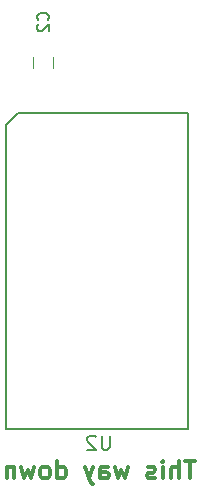
<source format=gbo>
G04 #@! TF.FileFunction,Legend,Bot*
%FSLAX46Y46*%
G04 Gerber Fmt 4.6, Leading zero omitted, Abs format (unit mm)*
G04 Created by KiCad (PCBNEW 4.0.7) date Wed Jun 27 14:29:21 2018*
%MOMM*%
%LPD*%
G01*
G04 APERTURE LIST*
%ADD10C,0.100000*%
%ADD11C,0.300000*%
%ADD12C,0.150000*%
%ADD13C,0.120000*%
%ADD14R,4.400000X1.035000*%
%ADD15R,2.100000X2.100000*%
%ADD16O,2.100000X2.100000*%
%ADD17R,1.650000X1.900000*%
%ADD18C,2.100000*%
G04 APERTURE END LIST*
D10*
D11*
X185655529Y-106379271D02*
X184798386Y-106379271D01*
X185226957Y-107879271D02*
X185226957Y-106379271D01*
X184298386Y-107879271D02*
X184298386Y-106379271D01*
X183655529Y-107879271D02*
X183655529Y-107093557D01*
X183726958Y-106950700D01*
X183869815Y-106879271D01*
X184084100Y-106879271D01*
X184226958Y-106950700D01*
X184298386Y-107022129D01*
X182941243Y-107879271D02*
X182941243Y-106879271D01*
X182941243Y-106379271D02*
X183012672Y-106450700D01*
X182941243Y-106522129D01*
X182869815Y-106450700D01*
X182941243Y-106379271D01*
X182941243Y-106522129D01*
X182298386Y-107807843D02*
X182155529Y-107879271D01*
X181869814Y-107879271D01*
X181726957Y-107807843D01*
X181655529Y-107664986D01*
X181655529Y-107593557D01*
X181726957Y-107450700D01*
X181869814Y-107379271D01*
X182084100Y-107379271D01*
X182226957Y-107307843D01*
X182298386Y-107164986D01*
X182298386Y-107093557D01*
X182226957Y-106950700D01*
X182084100Y-106879271D01*
X181869814Y-106879271D01*
X181726957Y-106950700D01*
X180012671Y-106879271D02*
X179726957Y-107879271D01*
X179441243Y-107164986D01*
X179155528Y-107879271D01*
X178869814Y-106879271D01*
X177655528Y-107879271D02*
X177655528Y-107093557D01*
X177726957Y-106950700D01*
X177869814Y-106879271D01*
X178155528Y-106879271D01*
X178298385Y-106950700D01*
X177655528Y-107807843D02*
X177798385Y-107879271D01*
X178155528Y-107879271D01*
X178298385Y-107807843D01*
X178369814Y-107664986D01*
X178369814Y-107522129D01*
X178298385Y-107379271D01*
X178155528Y-107307843D01*
X177798385Y-107307843D01*
X177655528Y-107236414D01*
X177084099Y-106879271D02*
X176726956Y-107879271D01*
X176369814Y-106879271D02*
X176726956Y-107879271D01*
X176869814Y-108236414D01*
X176941242Y-108307843D01*
X177084099Y-108379271D01*
X174012671Y-107879271D02*
X174012671Y-106379271D01*
X174012671Y-107807843D02*
X174155528Y-107879271D01*
X174441242Y-107879271D01*
X174584100Y-107807843D01*
X174655528Y-107736414D01*
X174726957Y-107593557D01*
X174726957Y-107164986D01*
X174655528Y-107022129D01*
X174584100Y-106950700D01*
X174441242Y-106879271D01*
X174155528Y-106879271D01*
X174012671Y-106950700D01*
X173084099Y-107879271D02*
X173226957Y-107807843D01*
X173298385Y-107736414D01*
X173369814Y-107593557D01*
X173369814Y-107164986D01*
X173298385Y-107022129D01*
X173226957Y-106950700D01*
X173084099Y-106879271D01*
X172869814Y-106879271D01*
X172726957Y-106950700D01*
X172655528Y-107022129D01*
X172584099Y-107164986D01*
X172584099Y-107593557D01*
X172655528Y-107736414D01*
X172726957Y-107807843D01*
X172869814Y-107879271D01*
X173084099Y-107879271D01*
X172084099Y-106879271D02*
X171798385Y-107879271D01*
X171512671Y-107164986D01*
X171226956Y-107879271D01*
X170941242Y-106879271D01*
X170369813Y-106879271D02*
X170369813Y-107879271D01*
X170369813Y-107022129D02*
X170298385Y-106950700D01*
X170155527Y-106879271D01*
X169941242Y-106879271D01*
X169798385Y-106950700D01*
X169726956Y-107093557D01*
X169726956Y-107879271D01*
D12*
X169720000Y-77914500D02*
X170720000Y-76914500D01*
X170720000Y-76914500D02*
X185120000Y-76914500D01*
X185120000Y-76914500D02*
X185120000Y-103679500D01*
X185120000Y-103679500D02*
X169720000Y-103679500D01*
X169720000Y-103679500D02*
X169720000Y-77914500D01*
D13*
X173697000Y-72164000D02*
X173697000Y-73164000D01*
X171997000Y-73164000D02*
X171997000Y-72164000D01*
D12*
X178462286Y-104244857D02*
X178462286Y-105216286D01*
X178405143Y-105330571D01*
X178348000Y-105387714D01*
X178233714Y-105444857D01*
X178005143Y-105444857D01*
X177890857Y-105387714D01*
X177833714Y-105330571D01*
X177776571Y-105216286D01*
X177776571Y-104244857D01*
X177262286Y-104359143D02*
X177205143Y-104302000D01*
X177090857Y-104244857D01*
X176805143Y-104244857D01*
X176690857Y-104302000D01*
X176633714Y-104359143D01*
X176576571Y-104473429D01*
X176576571Y-104587714D01*
X176633714Y-104759143D01*
X177319428Y-105444857D01*
X176576571Y-105444857D01*
X173204143Y-69048334D02*
X173251762Y-69000715D01*
X173299381Y-68857858D01*
X173299381Y-68762620D01*
X173251762Y-68619762D01*
X173156524Y-68524524D01*
X173061286Y-68476905D01*
X172870810Y-68429286D01*
X172727952Y-68429286D01*
X172537476Y-68476905D01*
X172442238Y-68524524D01*
X172347000Y-68619762D01*
X172299381Y-68762620D01*
X172299381Y-68857858D01*
X172347000Y-69000715D01*
X172394619Y-69048334D01*
X172394619Y-69429286D02*
X172347000Y-69476905D01*
X172299381Y-69572143D01*
X172299381Y-69810239D01*
X172347000Y-69905477D01*
X172394619Y-69953096D01*
X172489857Y-70000715D01*
X172585095Y-70000715D01*
X172727952Y-69953096D01*
X173299381Y-69381667D01*
X173299381Y-70000715D01*
%LPC*%
D14*
X172720000Y-78232000D03*
X182120000Y-78232000D03*
X172720000Y-79502000D03*
X182120000Y-79502000D03*
X172720000Y-80772000D03*
X182120000Y-80772000D03*
X172720000Y-82042000D03*
X182120000Y-82042000D03*
X172720000Y-83312000D03*
X182120000Y-83312000D03*
X172720000Y-84582000D03*
X182120000Y-84582000D03*
X172720000Y-85852000D03*
X182120000Y-85852000D03*
X172720000Y-87122000D03*
X182120000Y-87122000D03*
X172720000Y-88392000D03*
X182120000Y-88392000D03*
X172720000Y-89662000D03*
X182120000Y-89662000D03*
X172720000Y-90932000D03*
X182120000Y-90932000D03*
X172720000Y-92202000D03*
X182120000Y-92202000D03*
X172720000Y-93472000D03*
X182120000Y-93472000D03*
X172720000Y-94742000D03*
X182120000Y-94742000D03*
X172720000Y-96012000D03*
X182120000Y-96012000D03*
X172720000Y-97282000D03*
X182120000Y-97282000D03*
X172720000Y-98552000D03*
X182120000Y-98552000D03*
X172720000Y-99822000D03*
X182120000Y-99822000D03*
X172720000Y-101092000D03*
X182120000Y-101092000D03*
X172720000Y-102362000D03*
X182120000Y-102362000D03*
D15*
X155194000Y-94488000D03*
D16*
X157734000Y-94488000D03*
D15*
X156210000Y-109960000D03*
D16*
X156210000Y-112500000D03*
D15*
X158750000Y-112522000D03*
D16*
X158750000Y-109982000D03*
D17*
X172847000Y-73914000D03*
X172847000Y-71414000D03*
D18*
X147828000Y-56388000D03*
D15*
X150368000Y-56388000D03*
D18*
X150368000Y-58928000D03*
X147828000Y-58928000D03*
X150368000Y-61468000D03*
X147828000Y-61468000D03*
X150368000Y-64008000D03*
X147828000Y-64008000D03*
X150368000Y-66548000D03*
X147828000Y-66548000D03*
X150368000Y-69088000D03*
X147828000Y-69088000D03*
X150368000Y-71628000D03*
X147828000Y-71628000D03*
X150368000Y-74168000D03*
X147828000Y-74168000D03*
X150368000Y-76708000D03*
X147828000Y-76708000D03*
X150368000Y-79248000D03*
X147828000Y-79248000D03*
X150368000Y-81788000D03*
X147828000Y-81788000D03*
X150368000Y-84328000D03*
X147828000Y-84328000D03*
X150368000Y-86868000D03*
X147828000Y-86868000D03*
X150368000Y-89408000D03*
X147828000Y-89408000D03*
X150368000Y-91948000D03*
X147828000Y-91948000D03*
X150368000Y-94488000D03*
X147828000Y-94488000D03*
X150368000Y-97028000D03*
X147828000Y-97028000D03*
X150368000Y-99568000D03*
X147828000Y-99568000D03*
X150368000Y-102108000D03*
X147828000Y-102108000D03*
X150368000Y-104648000D03*
X147828000Y-104648000D03*
X150368000Y-107188000D03*
X147828000Y-107188000D03*
X150368000Y-109728000D03*
X147828000Y-109728000D03*
X150368000Y-112268000D03*
X147828000Y-112268000D03*
X150368000Y-114808000D03*
X147828000Y-114808000D03*
X150368000Y-117348000D03*
X147828000Y-117348000D03*
X150368000Y-119888000D03*
X147828000Y-119888000D03*
X150368000Y-122428000D03*
X147828000Y-122428000D03*
X150368000Y-124968000D03*
X147828000Y-124968000D03*
M02*

</source>
